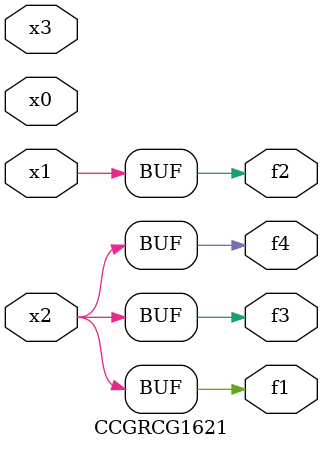
<source format=v>
module CCGRCG1621(
	input x0, x1, x2, x3,
	output f1, f2, f3, f4
);
	assign f1 = x2;
	assign f2 = x1;
	assign f3 = x2;
	assign f4 = x2;
endmodule

</source>
